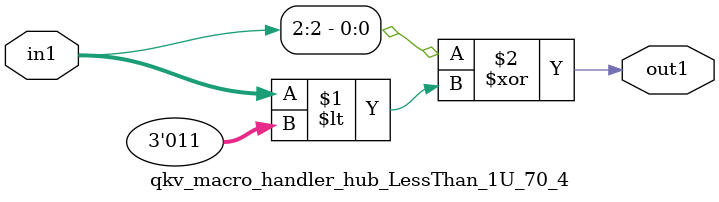
<source format=v>

`timescale 1ps / 1ps


module qkv_macro_handler_hub_LessThan_1U_70_4( in1, out1 );

    input [2:0] in1;
    output out1;

    
    // rtl_process:qkv_macro_handler_hub_LessThan_1U_52_4/qkv_macro_handler_hub_LessThan_1U_52_4_thread_1
    assign out1 = (in1[2] ^ in1 < 3'd3);

endmodule





</source>
